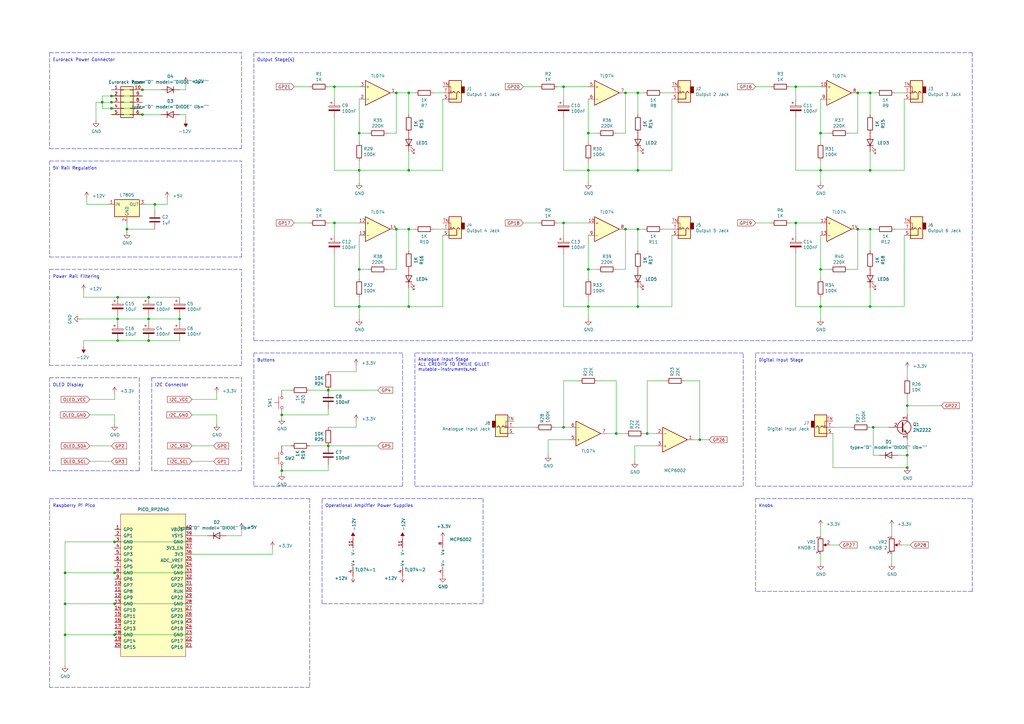
<source format=kicad_sch>
(kicad_sch (version 20211123) (generator eeschema)
  (paper "A3")
  (title_block (title "EuroPi") (date "15/11/2021") (rev "1") (company "Allen Synthesis") (comment 1 "CC BY-SA 3.0"))
  (lib_symbols
    (symbol "Amplifier_Operational:MCP6002-xMS" (pin_names (offset 0.127))
      (property "Reference" "U" (at 0 5.08 0))
      (property "Value" "MCP6002-xMS" (at 0 -5.08 0))
      (symbol "MCP6002-xMS_1_1"
        (pin output line (at 7.62 0 180) (length 2.54) (name "~") (number "1"))
        (pin input line (at -7.62 -2.54 0) (length 2.54) (name "-") (number "2"))
        (pin input line (at -7.62 2.54 0) (length 2.54) (name "+") (number "3"))
      )
      (symbol "MCP6002-xMS_2_1"
        (pin input line (at -7.62 2.54 0) (length 2.54) (name "+") (number "5"))
        (pin input line (at -7.62 -2.54 0) (length 2.54) (name "-") (number "6"))
        (pin output line (at 7.62 0 180) (length 2.54) (name "~") (number "7"))
      )
      (symbol "MCP6002-xMS_3_1"
        (pin power_in line (at -2.54 -7.62 90) (length 3.81) (name "V-") (number "4"))
        (pin power_in line (at -2.54 7.62 270) (length 3.81) (name "V+") (number "8"))
      )
    )
    (symbol "Amplifier_Operational:TL074" (pin_names (offset 0.127))
      (property "Reference" "U" (at 0 5.08 0))
      (property "Value" "TL074" (at 0 -5.08 0))
      (symbol "TL074_1_1"
        (pin output line (at 7.62 0 180) (length 2.54) (name "~") (number "1"))
        (pin input line (at -7.62 -2.54 0) (length 2.54) (name "-") (number "2"))
        (pin input line (at -7.62 2.54 0) (length 2.54) (name "+") (number "3"))
      )
      (symbol "TL074_2_1"
        (pin input line (at -7.62 2.54 0) (length 2.54) (name "+") (number "5"))
        (pin input line (at -7.62 -2.54 0) (length 2.54) (name "-") (number "6"))
        (pin output line (at 7.62 0 180) (length 2.54) (name "~") (number "7"))
      )
      (symbol "TL074_3_1"
        (pin input line (at -7.62 2.54 0) (length 2.54) (name "+") (number "10"))
        (pin output line (at 7.62 0 180) (length 2.54) (name "~") (number "8"))
        (pin input line (at -7.62 -2.54 0) (length 2.54) (name "-") (number "9"))
      )
      (symbol "TL074_4_1"
        (pin input line (at -7.62 2.54 0) (length 2.54) (name "+") (number "12"))
        (pin input line (at -7.62 -2.54 0) (length 2.54) (name "-") (number "13"))
        (pin output line (at 7.62 0 180) (length 2.54) (name "~") (number "14"))
      )
      (symbol "TL074_5_1"
        (pin power_in line (at -2.54 -7.62 90) (length 3.81) (name "V-") (number "11"))
        (pin power_in line (at -2.54 7.62 270) (length 3.81) (name "V+") (number "4"))
      )
    )
    (symbol "Connector:AudioJack2_SwitchT"
      (property "Reference" "J" (at 0 8.89 0))
      (property "Value" "AudioJack2_SwitchT" (at 0 6.35 0))
      (symbol "AudioJack2_SwitchT_1_1"
        (pin passive line (at 5.08 2.54 180) (length 2.54) (name "~") (number "S"))
        (pin passive line (at 5.08 0 180) (length 2.54) (name "~") (number "T"))
        (pin passive line (at 5.08 -2.54 180) (length 2.54) (name "~") (number "TN"))
      )
    )
    (symbol "Connector_Generic:Conn_02x05_Counter_Clockwise" (pin_names (offset 1.016) hide)
      (property "Reference" "J" (at 1.27 7.62 0))
      (property "Value" "Conn_02x05_Counter_Clockwise" (at 1.27 -7.62 0))
      (symbol "Conn_02x05_Counter_Clockwise_1_1"
        (pin passive line (at -5.08 5.08 0) (length 3.81) (name "Pin_1") (number "1"))
        (pin passive line (at 7.62 5.08 180) (length 3.81) (name "Pin_10") (number "10"))
        (pin passive line (at -5.08 2.54 0) (length 3.81) (name "Pin_2") (number "2"))
        (pin passive line (at -5.08 0 0) (length 3.81) (name "Pin_3") (number "3"))
        (pin passive line (at -5.08 -2.54 0) (length 3.81) (name "Pin_4") (number "4"))
        (pin passive line (at -5.08 -5.08 0) (length 3.81) (name "Pin_5") (number "5"))
        (pin passive line (at 7.62 -5.08 180) (length 3.81) (name "Pin_6") (number "6"))
        (pin passive line (at 7.62 -2.54 180) (length 3.81) (name "Pin_7") (number "7"))
        (pin passive line (at 7.62 0 180) (length 3.81) (name "Pin_8") (number "8"))
        (pin passive line (at 7.62 2.54 180) (length 3.81) (name "Pin_9") (number "9"))
      )
    )
    (symbol "Device:C" (pin_numbers hide) (pin_names (offset 0.254))
      (property "Reference" "C" (at 0.635 2.54 0))
      (property "Value" "C" (at 0.635 -2.54 0))
      (symbol "C_1_1"
        (pin passive line (at 0 3.81 270) (length 2.794) (name "~") (number "1"))
        (pin passive line (at 0 -3.81 90) (length 2.794) (name "~") (number "2"))
      )
    )
    (symbol "Device:CP" (pin_numbers hide) (pin_names (offset 0.254))
      (property "Reference" "C" (at 0.635 2.54 0))
      (property "Value" "Device_CP" (at 0.635 -2.54 0))
      (symbol "CP_1_1"
        (pin passive line (at 0 3.81 270) (length 2.794) (name "~") (number "1"))
        (pin passive line (at 0 -3.81 90) (length 2.794) (name "~") (number "2"))
      )
    )
    (symbol "Device:LED" (pin_numbers hide) (pin_names (offset 1.016) hide)
      (property "Reference" "D" (at 0 2.54 0))
      (property "Value" "LED" (at 0 -2.54 0))
      (symbol "LED_1_1"
        (pin passive line (at -3.81 0 0) (length 2.54) (name "K") (number "1"))
        (pin passive line (at 3.81 0 180) (length 2.54) (name "A") (number "2"))
      )
    )
    (symbol "Device:R" (pin_numbers hide) (pin_names (offset 0))
      (property "Reference" "R" (at 2.032 0 90))
      (property "Value" "R" (at 0 0 90))
      (symbol "R_1_1"
        (pin passive line (at 0 3.81 270) (length 1.27) (name "~") (number "1"))
        (pin passive line (at 0 -3.81 90) (length 1.27) (name "~") (number "2"))
      )
    )
    (symbol "Device:R_POT" (pin_names (offset 1.016) hide)
      (property "Reference" "RV" (at -4.445 0 90))
      (property "Value" "Device_R_POT" (at -2.54 0 90))
      (symbol "R_POT_1_1"
        (pin passive line (at 0 3.81 270) (length 1.27) (name "1") (number "1"))
        (pin passive line (at 3.81 0 180) (length 1.27) (name "2") (number "2"))
        (pin passive line (at 0 -3.81 90) (length 1.27) (name "3") (number "3"))
      )
    )
    (symbol "Regulator_Linear:L7805" (pin_names (offset 0.254))
      (property "Reference" "U" (at -3.81 3.175 0))
      (property "Value" "L7805" (at 0 3.175 0))
      (symbol "L7805_1_1"
        (pin power_in line (at -7.62 0 0) (length 2.54) (name "IN") (number "1"))
        (pin power_in line (at 0 -7.62 90) (length 2.54) (name "GND") (number "2"))
        (pin power_out line (at 7.62 0 180) (length 2.54) (name "OUT") (number "3"))
      )
    )
    (symbol "Simulation_SPICE:DIODE" (pin_numbers hide) (pin_names (offset 1.016) hide)
      (property "Reference" "D" (at 0 2.54 0))
      (property "Value" "DIODE" (at 0 -2.54 0))
      (symbol "DIODE_1_1"
        (pin passive line (at -3.81 0 0) (length 2.54) (name "A") (number "1"))
        (pin passive line (at 3.81 0 180) (length 2.54) (name "K") (number "2"))
      )
    )
    (symbol "Switch:SW_Push" (pin_numbers hide) (pin_names (offset 1.016) hide)
      (property "Reference" "SW" (at 1.27 2.54 0))
      (property "Value" "SW_Push" (at 0 -1.524 0))
      (symbol "SW_Push_0_1"
        (pin passive line (at -5.08 0 0) (length 2.54) (name "1") (number "1"))
        (pin passive line (at 5.08 0 180) (length 2.54) (name "2") (number "2"))
      )
    )
    (symbol "Transistor_BJT:2N2219" (pin_names (offset 0) hide)
      (property "Reference" "Q" (at 5.08 1.905 0))
      (property "Value" "2N2219" (at 5.08 0 0))
      (symbol "2N2219_1_1"
        (pin passive line (at 2.54 -5.08 90) (length 2.54) (name "E") (number "1"))
        (pin passive line (at -5.08 0 0) (length 5.715) (name "B") (number "2"))
        (pin passive line (at 2.54 5.08 270) (length 2.54) (name "C") (number "3"))
      )
    )
    (symbol "pico:PICO_RP2040" (pin_names (offset 1.016))
      (property "Reference" "U" (at -2.54 36.83 0))
      (property "Value" "pico_PICO_RP2040" (at -1.27 33.02 0))
      (symbol "PICO_RP2040_1_1"
        (pin tri_state line (at -16.51 24.13 0) (length 2.54) (name "GP0") (number "1"))
        (pin tri_state line (at -16.51 1.27 0) (length 2.54) (name "GP7") (number "10"))
        (pin tri_state line (at -16.51 -1.27 0) (length 2.54) (name "GP8") (number "11"))
        (pin tri_state line (at -16.51 -3.81 0) (length 2.54) (name "GP9") (number "12"))
        (pin input line (at -16.51 -6.35 0) (length 2.54) (name "GND") (number "13"))
        (pin tri_state line (at -16.51 -8.89 0) (length 2.54) (name "GP10") (number "14"))
        (pin tri_state line (at -16.51 -11.43 0) (length 2.54) (name "GP11") (number "15"))
        (pin tri_state line (at -16.51 -13.97 0) (length 2.54) (name "GP12") (number "16"))
        (pin tri_state line (at -16.51 -16.51 0) (length 2.54) (name "GP13") (number "17"))
        (pin input line (at -16.51 -19.05 0) (length 2.54) (name "GND") (number "18"))
        (pin tri_state line (at -16.51 -21.59 0) (length 2.54) (name "GP14") (number "19"))
        (pin tri_state line (at -16.51 21.59 0) (length 2.54) (name "GP1") (number "2"))
        (pin tri_state line (at -16.51 -24.13 0) (length 2.54) (name "GP15") (number "20"))
        (pin tri_state line (at 15.24 -24.13 180) (length 2.54) (name "GP16") (number "21"))
        (pin tri_state line (at 15.24 -21.59 180) (length 2.54) (name "GP17") (number "22"))
        (pin input line (at 15.24 -19.05 180) (length 2.54) (name "GND") (number "23"))
        (pin tri_state line (at 15.24 -16.51 180) (length 2.54) (name "GP18") (number "24"))
        (pin tri_state line (at 15.24 -13.97 180) (length 2.54) (name "GP19") (number "25"))
        (pin tri_state line (at 15.24 -11.43 180) (length 2.54) (name "GP20") (number "26"))
        (pin tri_state line (at 15.24 -8.89 180) (length 2.54) (name "GP21") (number "27"))
        (pin input line (at 15.24 -6.35 180) (length 2.54) (name "GND") (number "28"))
        (pin tri_state line (at 15.24 -3.81 180) (length 2.54) (name "GP22") (number "29"))
        (pin input line (at -16.51 19.05 0) (length 2.54) (name "GND") (number "3"))
        (pin input line (at 15.24 -1.27 180) (length 2.54) (name "RUN") (number "30"))
        (pin tri_state line (at 15.24 1.27 180) (length 2.54) (name "GP26") (number "31"))
        (pin tri_state line (at 15.24 3.81 180) (length 2.54) (name "GP27") (number "32"))
        (pin input line (at 15.24 6.35 180) (length 2.54) (name "GND") (number "33"))
        (pin tri_state line (at 15.24 8.89 180) (length 2.54) (name "GP28") (number "34"))
        (pin power_out line (at 15.24 11.43 180) (length 2.54) (name "ADC_VREF") (number "35"))
        (pin power_out line (at 15.24 13.97 180) (length 2.54) (name "3V3") (number "36"))
        (pin power_out line (at 15.24 16.51 180) (length 2.54) (name "3V3_EN") (number "37"))
        (pin input line (at 15.24 19.05 180) (length 2.54) (name "GND") (number "38"))
        (pin input line (at 15.24 21.59 180) (length 2.54) (name "VSYS") (number "39"))
        (pin tri_state line (at -16.51 16.51 0) (length 2.54) (name "GP2") (number "4"))
        (pin input line (at 15.24 24.13 180) (length 2.54) (name "VBUS") (number "40"))
        (pin tri_state line (at -16.51 13.97 0) (length 2.54) (name "GP3") (number "5"))
        (pin tri_state line (at -16.51 11.43 0) (length 2.54) (name "GP4") (number "6"))
        (pin tri_state line (at -16.51 8.89 0) (length 2.54) (name "GP5") (number "7"))
        (pin input line (at -16.51 6.35 0) (length 2.54) (name "GND") (number "8"))
        (pin tri_state line (at -16.51 3.81 0) (length 2.54) (name "GP6") (number "9"))
      )
    )
    (symbol "power:-12V" (power) (pin_names (offset 0))
      (property "Value" "-12V" (at 0 3.81 0))
      (symbol "-12V_0_0"
        (pin power_in line (at 0 0 90) (length 0) hide (name "-12V") (number "1"))
      )
    )
    (symbol "power:GND" (power) (pin_names (offset 0))
      (property "Value" "GND" (at 0 -3.81 0))
      (symbol "GND_1_1"
        (pin power_in line (at 0 0 270) (length 0) hide (name "GND") (number "1"))
      )
    )
    (symbol "text:TEXT" (pin_names (offset 0))
      (property "Value" "text_TEXT" (at 0 3.556 0))
      (symbol "TEXT_1_1"
        (pin power_in line (at 0 0 90) (length 0) hide (name "~") (number "1"))
      )
    )
  )
  (junction (at 147.32 54.61))
  (junction (at 356.87 93.98))
  (junction (at 134.62 182.88))
  (junction (at 336.55 54.61))
  (junction (at 372.11 191.77))
  (junction (at 351.79 38.1))
  (junction (at 336.55 125.73))
  (junction (at 48.26 121.92))
  (junction (at 241.3 110.49))
  (junction (at 48.26 130.81))
  (junction (at 137.16 35.56))
  (junction (at 372.11 166.37))
  (junction (at 167.64 38.1))
  (junction (at 326.39 91.44))
  (junction (at 46.99 222.25))
  (junction (at 287.02 180.34))
  (junction (at 46.99 234.95))
  (junction (at 167.64 69.85))
  (junction (at 41.91 41.91))
  (junction (at 231.14 175.26))
  (junction (at 26.67 247.65))
  (junction (at 241.3 54.61))
  (junction (at 134.62 160.02))
  (junction (at 46.99 260.35))
  (junction (at 252.73 177.8))
  (junction (at 256.54 38.1))
  (junction (at 73.66 130.81))
  (junction (at 356.87 125.73))
  (junction (at 137.16 91.44))
  (junction (at 261.62 93.98))
  (junction (at 372.11 186.69))
  (junction (at 231.14 91.44))
  (junction (at 45.72 41.91))
  (junction (at 147.32 69.85))
  (junction (at 351.79 93.98))
  (junction (at 58.42 46.99))
  (junction (at 336.55 110.49))
  (junction (at 162.56 93.98))
  (junction (at 26.67 260.35))
  (junction (at 326.39 35.56))
  (junction (at 63.5 83.82))
  (junction (at 261.62 69.85))
  (junction (at 46.99 247.65))
  (junction (at 60.96 139.7))
  (junction (at 231.14 35.56))
  (junction (at 48.26 139.7))
  (junction (at 256.54 93.98))
  (junction (at 336.55 69.85))
  (junction (at 162.56 38.1))
  (junction (at 261.62 125.73))
  (junction (at 58.42 36.83))
  (junction (at 115.57 193.04))
  (junction (at 356.87 38.1))
  (junction (at 356.87 69.85))
  (junction (at 115.57 170.18))
  (junction (at 358.14 175.26))
  (junction (at 241.3 69.85))
  (junction (at 26.67 234.95))
  (junction (at 45.72 44.45))
  (junction (at 261.62 38.1))
  (junction (at 45.72 39.37))
  (junction (at 60.96 121.92))
  (junction (at 167.64 125.73))
  (junction (at 60.96 130.81))
  (junction (at 52.07 93.98))
  (junction (at 167.64 93.98))
  (junction (at 147.32 110.49))
  (junction (at 265.43 177.8))
  (junction (at 147.32 125.73))
  (junction (at 241.3 125.73))
  (wire (pts (xy 137.16 91.44) (xy 134.62 91.44)))
  (wire (pts (xy 358.14 186.69) (xy 358.14 175.26)))
  (wire (pts (xy 356.87 102.87) (xy 356.87 93.98)))
  (wire (pts (xy 45.72 36.83) (xy 58.42 36.83)))
  (wire (pts (xy 137.16 69.85) (xy 137.16 48.26)))
  (wire (pts (xy 167.64 118.11) (xy 167.64 125.73)))
  (wire (pts (xy 372.11 186.69) (xy 372.11 180.34)))
  (wire (pts (xy 34.29 119.38) (xy 34.29 121.92)))
  (polyline (pts (xy 20.32 149.86) (xy 99.06 149.86)))
  (wire (pts (xy 134.62 175.26) (xy 146.05 175.26)))
  (wire (pts (xy 146.05 172.72) (xy 146.05 175.26)))
  (polyline (pts (xy 309.88 204.47) (xy 398.78 204.47)))
  (wire (pts (xy 372.11 166.37) (xy 372.11 162.56)))
  (polyline (pts (xy 20.32 21.59) (xy 99.06 21.59)))
  (wire (pts (xy 372.11 170.18) (xy 372.11 166.37)))
  (wire (pts (xy 356.87 93.98) (xy 351.79 93.98)))
  (wire (pts (xy 368.3 186.69) (xy 372.11 186.69)))
  (wire (pts (xy 336.55 96.52) (xy 336.55 110.49)))
  (wire (pts (xy 349.25 175.26) (xy 341.63 175.26)))
  (polyline (pts (xy 20.32 105.41) (xy 99.06 105.41)))
  (wire (pts (xy 351.79 54.61) (xy 347.98 54.61)))
  (wire (pts (xy 170.18 93.98) (xy 167.64 93.98)))
  (wire (pts (xy 41.91 39.37) (xy 45.72 39.37)))
  (wire (pts (xy 370.84 96.52) (xy 370.84 125.73)))
  (wire (pts (xy 120.65 91.44) (xy 127 91.44)))
  (polyline (pts (xy 398.78 21.59) (xy 104.14 21.59)))
  (wire (pts (xy 73.66 36.83) (xy 76.2 36.83)))
  (polyline (pts (xy 398.78 199.39) (xy 309.88 199.39)))
  (wire (pts (xy 341.63 177.8) (xy 341.63 191.77)))
  (wire (pts (xy 356.87 118.11) (xy 356.87 125.73)))
  (wire (pts (xy 73.66 130.81) (xy 73.66 129.54)))
  (wire (pts (xy 147.32 54.61) (xy 147.32 58.42)))
  (wire (pts (xy 373.38 223.52) (xy 369.57 223.52)))
  (wire (pts (xy 264.16 38.1) (xy 261.62 38.1)))
  (wire (pts (xy 48.26 130.81) (xy 48.26 129.54)))
  (wire (pts (xy 287.02 156.21) (xy 287.02 180.34)))
  (wire (pts (xy 356.87 69.85) (xy 370.84 69.85)))
  (wire (pts (xy 241.3 110.49) (xy 241.3 114.3)))
  (polyline (pts (xy 99.06 105.41) (xy 99.06 66.04)))
  (wire (pts (xy 46.99 170.18) (xy 36.83 170.18)))
  (wire (pts (xy 167.64 38.1) (xy 162.56 38.1)))
  (polyline (pts (xy 99.06 154.94) (xy 99.06 193.04)))
  (wire (pts (xy 48.26 139.7) (xy 60.96 139.7)))
  (wire (pts (xy 41.91 41.91) (xy 45.72 41.91)))
  (wire (pts (xy 26.67 222.25) (xy 26.67 234.95)))
  (wire (pts (xy 73.66 130.81) (xy 60.96 130.81)))
  (wire (pts (xy 219.71 175.26) (xy 210.82 175.26)))
  (wire (pts (xy 134.62 160.02) (xy 154.94 160.02)))
  (wire (pts (xy 63.5 83.82) (xy 59.69 83.82)))
  (wire (pts (xy 39.37 41.91) (xy 41.91 41.91)))
  (wire (pts (xy 370.84 93.98) (xy 367.03 93.98)))
  (wire (pts (xy 241.3 54.61) (xy 241.3 58.42)))
  (wire (pts (xy 58.42 44.45) (xy 45.72 44.45)))
  (wire (pts (xy 237.49 156.21) (xy 231.14 156.21)))
  (wire (pts (xy 68.58 83.82) (xy 63.5 83.82)))
  (polyline (pts (xy 104.14 139.7) (xy 398.78 139.7)))
  (wire (pts (xy 115.57 171.45) (xy 115.57 170.18)))
  (wire (pts (xy 356.87 46.99) (xy 356.87 38.1)))
  (wire (pts (xy 231.14 96.52) (xy 231.14 91.44)))
  (wire (pts (xy 41.91 39.37) (xy 41.91 41.91)))
  (wire (pts (xy 364.49 175.26) (xy 358.14 175.26)))
  (polyline (pts (xy 20.32 66.04) (xy 99.06 66.04)))
  (wire (pts (xy 46.99 222.25) (xy 26.67 222.25)))
  (wire (pts (xy 256.54 110.49) (xy 252.73 110.49)))
  (wire (pts (xy 261.62 38.1) (xy 256.54 38.1)))
  (wire (pts (xy 127 160.02) (xy 134.62 160.02)))
  (wire (pts (xy 231.14 40.64) (xy 231.14 35.56)))
  (wire (pts (xy 60.96 132.08) (xy 60.96 130.81)))
  (wire (pts (xy 85.09 219.71) (xy 78.74 219.71)))
  (wire (pts (xy 224.79 180.34) (xy 233.68 180.34)))
  (wire (pts (xy 231.14 125.73) (xy 231.14 104.14)))
  (wire (pts (xy 227.33 175.26) (xy 231.14 175.26)))
  (polyline (pts (xy 20.32 110.49) (xy 99.06 110.49)))
  (wire (pts (xy 35.56 83.82) (xy 44.45 83.82)))
  (polyline (pts (xy 309.88 242.57) (xy 309.88 204.47)))
  (wire (pts (xy 340.36 54.61) (xy 336.55 54.61)))
  (wire (pts (xy 214.63 91.44) (xy 220.98 91.44)))
  (wire (pts (xy 46.99 247.65) (xy 26.67 247.65)))
  (wire (pts (xy 290.83 180.34) (xy 287.02 180.34)))
  (polyline (pts (xy 170.18 199.39) (xy 304.8 199.39)))
  (polyline (pts (xy 398.78 204.47) (xy 398.78 242.57)))
  (wire (pts (xy 326.39 91.44) (xy 336.55 91.44)))
  (wire (pts (xy 181.61 96.52) (xy 181.61 125.73)))
  (wire (pts (xy 63.5 93.98) (xy 52.07 93.98)))
  (wire (pts (xy 46.99 260.35) (xy 78.74 260.35)))
  (wire (pts (xy 351.79 93.98) (xy 351.79 110.49)))
  (polyline (pts (xy 309.88 144.78) (xy 398.78 144.78)))
  (wire (pts (xy 365.76 231.14) (xy 365.76 227.33)))
  (polyline (pts (xy 170.18 144.78) (xy 170.18 199.39)))
  (wire (pts (xy 260.35 182.88) (xy 269.24 182.88)))
  (wire (pts (xy 372.11 151.13) (xy 372.11 154.94)))
  (wire (pts (xy 261.62 93.98) (xy 256.54 93.98)))
  (polyline (pts (xy 165.1 199.39) (xy 165.1 144.78)))
  (wire (pts (xy 356.87 125.73) (xy 370.84 125.73)))
  (wire (pts (xy 167.64 62.23) (xy 167.64 69.85)))
  (polyline (pts (xy 132.08 247.65) (xy 132.08 204.47)))
  (polyline (pts (xy 57.15 193.04) (xy 20.32 193.04)))
  (wire (pts (xy 241.3 40.64) (xy 241.3 54.61)))
  (wire (pts (xy 360.68 186.69) (xy 358.14 186.69)))
  (wire (pts (xy 41.91 41.91) (xy 41.91 44.45)))
  (wire (pts (xy 66.04 36.83) (xy 58.42 36.83)))
  (wire (pts (xy 111.76 224.79) (xy 111.76 227.33)))
  (wire (pts (xy 34.29 142.24) (xy 34.29 139.7)))
  (wire (pts (xy 326.39 69.85) (xy 326.39 48.26)))
  (wire (pts (xy 181.61 38.1) (xy 177.8 38.1)))
  (polyline (pts (xy 104.14 21.59) (xy 104.14 139.7)))
  (polyline (pts (xy 132.08 204.47) (xy 198.12 204.47)))
  (wire (pts (xy 265.43 156.21) (xy 265.43 177.8)))
  (wire (pts (xy 147.32 74.93) (xy 147.32 69.85)))
  (wire (pts (xy 60.96 130.81) (xy 60.96 129.54)))
  (wire (pts (xy 256.54 38.1) (xy 256.54 54.61)))
  (wire (pts (xy 241.3 69.85) (xy 231.14 69.85)))
  (wire (pts (xy 326.39 35.56) (xy 336.55 35.56)))
  (wire (pts (xy 115.57 194.31) (xy 115.57 193.04)))
  (wire (pts (xy 309.88 91.44) (xy 316.23 91.44)))
  (wire (pts (xy 88.9 170.18) (xy 78.74 170.18)))
  (polyline (pts (xy 20.32 60.96) (xy 99.06 60.96)))
  (polyline (pts (xy 99.06 60.96) (xy 99.06 21.59)))
  (wire (pts (xy 60.96 130.81) (xy 48.26 130.81)))
  (wire (pts (xy 46.99 247.65) (xy 78.74 247.65)))
  (wire (pts (xy 146.05 149.86) (xy 146.05 152.4)))
  (wire (pts (xy 326.39 91.44) (xy 323.85 91.44)))
  (wire (pts (xy 41.91 44.45) (xy 45.72 44.45)))
  (wire (pts (xy 336.55 69.85) (xy 356.87 69.85)))
  (wire (pts (xy 265.43 177.8) (xy 264.16 177.8)))
  (wire (pts (xy 214.63 35.56) (xy 220.98 35.56)))
  (wire (pts (xy 344.17 223.52) (xy 340.36 223.52)))
  (wire (pts (xy 326.39 40.64) (xy 326.39 35.56)))
  (wire (pts (xy 99.06 219.71) (xy 92.71 219.71)))
  (wire (pts (xy 137.16 35.56) (xy 134.62 35.56)))
  (wire (pts (xy 245.11 156.21) (xy 252.73 156.21)))
  (wire (pts (xy 134.62 152.4) (xy 146.05 152.4)))
  (wire (pts (xy 340.36 110.49) (xy 336.55 110.49)))
  (wire (pts (xy 241.3 121.92) (xy 241.3 125.73)))
  (wire (pts (xy 88.9 161.29) (xy 88.9 163.83)))
  (wire (pts (xy 162.56 93.98) (xy 162.56 110.49)))
  (polyline (pts (xy 165.1 144.78) (xy 104.14 144.78)))
  (wire (pts (xy 241.3 74.93) (xy 241.3 69.85)))
  (wire (pts (xy 241.3 96.52) (xy 241.3 110.49)))
  (polyline (pts (xy 304.8 199.39) (xy 304.8 144.78)))
  (wire (pts (xy 261.62 69.85) (xy 275.59 69.85)))
  (polyline (pts (xy 104.14 199.39) (xy 165.1 199.39)))
  (wire (pts (xy 167.64 102.87) (xy 167.64 93.98)))
  (polyline (pts (xy 398.78 242.57) (xy 309.88 242.57)))
  (wire (pts (xy 269.24 177.8) (xy 265.43 177.8)))
  (wire (pts (xy 137.16 91.44) (xy 147.32 91.44)))
  (polyline (pts (xy 309.88 199.39) (xy 309.88 144.78)))
  (wire (pts (xy 46.99 163.83) (xy 36.83 163.83)))
  (wire (pts (xy 275.59 96.52) (xy 275.59 125.73)))
  (wire (pts (xy 167.64 93.98) (xy 162.56 93.98)))
  (wire (pts (xy 356.87 38.1) (xy 351.79 38.1)))
  (wire (pts (xy 147.32 96.52) (xy 147.32 110.49)))
  (wire (pts (xy 162.56 110.49) (xy 158.75 110.49)))
  (wire (pts (xy 241.3 130.81) (xy 241.3 125.73)))
  (polyline (pts (xy 20.32 21.59) (xy 20.32 60.96)))
  (wire (pts (xy 326.39 35.56) (xy 323.85 35.56)))
  (wire (pts (xy 351.79 38.1) (xy 351.79 54.61)))
  (wire (pts (xy 231.14 91.44) (xy 241.3 91.44)))
  (polyline (pts (xy 20.32 193.04) (xy 20.32 154.94)))
  (wire (pts (xy 231.14 156.21) (xy 231.14 175.26)))
  (wire (pts (xy 60.96 139.7) (xy 73.66 139.7)))
  (wire (pts (xy 359.41 93.98) (xy 356.87 93.98)))
  (wire (pts (xy 88.9 163.83) (xy 78.74 163.83)))
  (wire (pts (xy 87.63 182.88) (xy 78.74 182.88)))
  (wire (pts (xy 76.2 34.29) (xy 76.2 36.83)))
  (wire (pts (xy 231.14 175.26) (xy 233.68 175.26)))
  (wire (pts (xy 45.72 182.88) (xy 36.83 182.88)))
  (wire (pts (xy 46.99 161.29) (xy 46.99 163.83)))
  (wire (pts (xy 231.14 69.85) (xy 231.14 48.26)))
  (wire (pts (xy 147.32 130.81) (xy 147.32 125.73)))
  (polyline (pts (xy 398.78 144.78) (xy 398.78 199.39)))
  (wire (pts (xy 66.04 46.99) (xy 58.42 46.99)))
  (wire (pts (xy 241.3 125.73) (xy 261.62 125.73)))
  (wire (pts (xy 46.99 234.95) (xy 26.67 234.95)))
  (wire (pts (xy 264.16 93.98) (xy 261.62 93.98)))
  (wire (pts (xy 147.32 125.73) (xy 167.64 125.73)))
  (wire (pts (xy 245.11 110.49) (xy 241.3 110.49)))
  (wire (pts (xy 336.55 69.85) (xy 326.39 69.85)))
  (wire (pts (xy 58.42 39.37) (xy 45.72 39.37)))
  (wire (pts (xy 162.56 38.1) (xy 162.56 54.61)))
  (wire (pts (xy 46.99 222.25) (xy 78.74 222.25)))
  (wire (pts (xy 48.26 121.92) (xy 60.96 121.92)))
  (wire (pts (xy 76.2 49.53) (xy 76.2 46.99)))
  (wire (pts (xy 336.55 66.04) (xy 336.55 69.85)))
  (wire (pts (xy 60.96 121.92) (xy 73.66 121.92)))
  (wire (pts (xy 26.67 247.65) (xy 26.67 260.35)))
  (wire (pts (xy 241.3 66.04) (xy 241.3 69.85)))
  (wire (pts (xy 119.38 160.02) (xy 115.57 160.02)))
  (wire (pts (xy 336.55 215.9) (xy 336.55 219.71)))
  (wire (pts (xy 48.26 132.08) (xy 48.26 130.81)))
  (wire (pts (xy 336.55 125.73) (xy 356.87 125.73)))
  (wire (pts (xy 46.99 173.99) (xy 46.99 170.18)))
  (wire (pts (xy 39.37 41.91) (xy 39.37 49.53)))
  (wire (pts (xy 275.59 38.1) (xy 271.78 38.1)))
  (wire (pts (xy 336.55 74.93) (xy 336.55 69.85)))
  (wire (pts (xy 45.72 46.99) (xy 58.42 46.99)))
  (wire (pts (xy 358.14 175.26) (xy 356.87 175.26)))
  (polyline (pts (xy 99.06 193.04) (xy 62.23 193.04)))
  (wire (pts (xy 137.16 96.52) (xy 137.16 91.44)))
  (wire (pts (xy 167.64 125.73) (xy 181.61 125.73)))
  (wire (pts (xy 326.39 125.73) (xy 326.39 104.14)))
  (wire (pts (xy 111.76 227.33) (xy 78.74 227.33)))
  (polyline (pts (xy 398.78 139.7) (xy 398.78 21.59)))
  (wire (pts (xy 33.02 130.81) (xy 48.26 130.81)))
  (wire (pts (xy 336.55 40.64) (xy 336.55 54.61)))
  (wire (pts (xy 231.14 91.44) (xy 228.6 91.44)))
  (wire (pts (xy 137.16 35.56) (xy 147.32 35.56)))
  (wire (pts (xy 147.32 66.04) (xy 147.32 69.85)))
  (wire (pts (xy 309.88 35.56) (xy 316.23 35.56)))
  (wire (pts (xy 99.06 217.17) (xy 99.06 219.71)))
  (wire (pts (xy 341.63 191.77) (xy 372.11 191.77)))
  (polyline (pts (xy 57.15 154.94) (xy 57.15 193.04)))
  (polyline (pts (xy 20.32 281.94) (xy 20.32 204.47)))
  (wire (pts (xy 356.87 62.23) (xy 356.87 69.85)))
  (wire (pts (xy 45.72 41.91) (xy 58.42 41.91)))
  (wire (pts (xy 241.3 69.85) (xy 261.62 69.85)))
  (wire (pts (xy 284.48 180.34) (xy 287.02 180.34)))
  (wire (pts (xy 261.62 125.73) (xy 275.59 125.73)))
  (polyline (pts (xy 99.06 149.86) (xy 99.06 110.49)))
  (wire (pts (xy 162.56 54.61) (xy 158.75 54.61)))
  (wire (pts (xy 147.32 121.92) (xy 147.32 125.73)))
  (wire (pts (xy 336.55 54.61) (xy 336.55 58.42)))
  (wire (pts (xy 372.11 191.77) (xy 372.11 186.69)))
  (wire (pts (xy 134.62 190.5) (xy 134.62 193.04)))
  (wire (pts (xy 63.5 86.36) (xy 63.5 83.82)))
  (wire (pts (xy 52.07 93.98) (xy 52.07 91.44)))
  (wire (pts (xy 336.55 110.49) (xy 336.55 114.3)))
  (polyline (pts (xy 198.12 204.47) (xy 198.12 247.65)))
  (wire (pts (xy 167.64 46.99) (xy 167.64 38.1)))
  (wire (pts (xy 256.54 93.98) (xy 256.54 110.49)))
  (wire (pts (xy 256.54 54.61) (xy 252.73 54.61)))
  (wire (pts (xy 287.02 156.21) (xy 280.67 156.21)))
  (wire (pts (xy 336.55 231.14) (xy 336.55 227.33)))
  (wire (pts (xy 181.61 40.64) (xy 181.61 69.85)))
  (wire (pts (xy 245.11 54.61) (xy 241.3 54.61)))
  (wire (pts (xy 134.62 167.64) (xy 134.62 170.18)))
  (wire (pts (xy 35.56 81.28) (xy 35.56 83.82)))
  (polyline (pts (xy 127 281.94) (xy 20.32 281.94)))
  (wire (pts (xy 336.55 121.92) (xy 336.55 125.73)))
  (wire (pts (xy 134.62 182.88) (xy 154.94 182.88)))
  (wire (pts (xy 73.66 132.08) (xy 73.66 130.81)))
  (wire (pts (xy 370.84 40.64) (xy 370.84 69.85)))
  (wire (pts (xy 48.26 121.92) (xy 34.29 121.92)))
  (wire (pts (xy 261.62 62.23) (xy 261.62 69.85)))
  (polyline (pts (xy 20.32 154.94) (xy 57.15 154.94)))
  (wire (pts (xy 170.18 38.1) (xy 167.64 38.1)))
  (wire (pts (xy 137.16 125.73) (xy 137.16 104.14)))
  (wire (pts (xy 147.32 110.49) (xy 147.32 114.3)))
  (wire (pts (xy 137.16 40.64) (xy 137.16 35.56)))
  (wire (pts (xy 68.58 81.28) (xy 68.58 83.82)))
  (wire (pts (xy 252.73 177.8) (xy 248.92 177.8)))
  (wire (pts (xy 52.07 95.25) (xy 52.07 93.98)))
  (wire (pts (xy 256.54 177.8) (xy 252.73 177.8)))
  (wire (pts (xy 120.65 35.56) (xy 127 35.56)))
  (wire (pts (xy 181.61 93.98) (xy 177.8 93.98)))
  (wire (pts (xy 88.9 173.99) (xy 88.9 170.18)))
  (polyline (pts (xy 20.32 110.49) (xy 20.32 149.86)))
  (wire (pts (xy 34.29 139.7) (xy 48.26 139.7)))
  (wire (pts (xy 336.55 130.81) (xy 336.55 125.73)))
  (wire (pts (xy 147.32 125.73) (xy 137.16 125.73)))
  (wire (pts (xy 265.43 156.21) (xy 273.05 156.21)))
  (wire (pts (xy 275.59 40.64) (xy 275.59 69.85)))
  (wire (pts (xy 370.84 38.1) (xy 367.03 38.1)))
  (wire (pts (xy 365.76 215.9) (xy 365.76 219.71)))
  (wire (pts (xy 241.3 125.73) (xy 231.14 125.73)))
  (wire (pts (xy 261.62 102.87) (xy 261.62 93.98)))
  (wire (pts (xy 151.13 110.49) (xy 147.32 110.49)))
  (wire (pts (xy 151.13 54.61) (xy 147.32 54.61)))
  (polyline (pts (xy 20.32 204.47) (xy 127 204.47)))
  (polyline (pts (xy 104.14 144.78) (xy 104.14 199.39)))
  (wire (pts (xy 351.79 110.49) (xy 347.98 110.49)))
  (polyline (pts (xy 62.23 154.94) (xy 99.06 154.94)))
  (polyline (pts (xy 62.23 193.04) (xy 62.23 154.94)))
  (polyline (pts (xy 198.12 247.65) (xy 132.08 247.65)))
  (wire (pts (xy 359.41 38.1) (xy 356.87 38.1)))
  (wire (pts (xy 46.99 260.35) (xy 26.67 260.35)))
  (polyline (pts (xy 127 204.47) (xy 127 281.94)))
  (wire (pts (xy 134.62 170.18) (xy 115.57 170.18)))
  (wire (pts (xy 26.67 234.95) (xy 26.67 247.65)))
  (wire (pts (xy 78.74 189.23) (xy 87.63 189.23)))
  (wire (pts (xy 73.66 46.99) (xy 76.2 46.99)))
  (wire (pts (xy 231.14 35.56) (xy 241.3 35.56)))
  (wire (pts (xy 147.32 69.85) (xy 167.64 69.85)))
  (wire (pts (xy 224.79 186.69) (xy 224.79 180.34)))
  (wire (pts (xy 127 182.88) (xy 134.62 182.88)))
  (wire (pts (xy 147.32 69.85) (xy 137.16 69.85)))
  (polyline (pts (xy 20.32 66.04) (xy 20.32 105.41)))
  (wire (pts (xy 326.39 96.52) (xy 326.39 91.44)))
  (wire (pts (xy 261.62 46.99) (xy 261.62 38.1)))
  (wire (pts (xy 275.59 93.98) (xy 271.78 93.98)))
  (wire (pts (xy 260.35 189.23) (xy 260.35 182.88)))
  (wire (pts (xy 36.83 189.23) (xy 45.72 189.23)))
  (polyline (pts (xy 304.8 144.78) (xy 170.18 144.78)))
  (wire (pts (xy 147.32 40.64) (xy 147.32 54.61)))
  (wire (pts (xy 134.62 193.04) (xy 115.57 193.04)))
  (wire (pts (xy 261.62 118.11) (xy 261.62 125.73)))
  (wire (pts (xy 386.08 166.37) (xy 372.11 166.37)))
  (wire (pts (xy 167.64 69.85) (xy 181.61 69.85)))
  (wire (pts (xy 336.55 125.73) (xy 326.39 125.73)))
  (wire (pts (xy 46.99 234.95) (xy 78.74 234.95)))
  (wire (pts (xy 119.38 182.88) (xy 115.57 182.88)))
  (wire (pts (xy 252.73 156.21) (xy 252.73 177.8)))
  (wire (pts (xy 231.14 35.56) (xy 228.6 35.56)))
  (wire (pts (xy 26.67 260.35) (xy 26.67 273.05)))
  (text "Eurorack Power Connector" (at 21.59 25.4 0) (effects (font (size 1.27 1.27)) (justify left bottom)))
  (text "Operational Amplifier Power Supplies" (at 133.35 208.28 0) (effects (font (size 1.27 1.27)) (justify left bottom)))
  (text "Raspberry Pi Pico" (at 21.59 208.28 0) (effects (font (size 1.27 1.27)) (justify left bottom)))
  (text "Digital Input Stage\n" (at 311.15 148.59 0) (effects (font (size 1.27 1.27)) (justify left bottom)))
  (text "5V Rail Regulation" (at 21.59 69.85 0) (effects (font (size 1.27 1.27)) (justify left bottom)))
  (text "Output Stage(s)" (at 105.41 25.4 0) (effects (font (size 1.27 1.27)) (justify left bottom)))
  (text "Power Rail Filtering" (at 21.59 114.3 0) (effects (font (size 1.27 1.27)) (justify left bottom)))
  (text "I2C Connector\n" (at 63.5 158.75 0) (effects (font (size 1.27 1.27)) (justify left bottom)))
  (text "Buttons" (at 105.41 148.59 0) (effects (font (size 1.27 1.27)) (justify left bottom)))
  (text "OLED Display" (at 21.59 158.75 0) (effects (font (size 1.27 1.27)) (justify left bottom)))
  (text "Analogue Input Stage\nALL CREDITS TO ÉMILIE GILLET\nmutable-instruments.net" (at 171.45 152.4 0) (effects (font (size 1.27 1.27)) (justify left bottom)))
  (text "Knobs" (at 311.15 208.28 0) (effects (font (size 1.27 1.27)) (justify left bottom)))
  (global_label "GP19" (shape input) (at 309.88 91.44 180) (property "Intersheet References" "${INTERSHEET_REFS}" (effects hide)))
  (global_label "GP4" (shape input) (at 154.94 160.02 0) (property "Intersheet References" "${INTERSHEET_REFS}" (effects hide)))
  (global_label "GP1" (shape input) (at 87.63 189.23 0) (property "Intersheet References" "${INTERSHEET_REFS}" (effects hide)))
  (global_label "GP21" (shape input) (at 120.65 35.56 180) (property "Intersheet References" "${INTERSHEET_REFS}" (effects hide)))
  (global_label "GP22" (shape input) (at 386.08 166.37 0) (property "Intersheet References" "${INTERSHEET_REFS}" (effects hide)))
  (global_label "OLED_GND" (shape input) (at 36.83 170.18 180) (property "Intersheet References" "${INTERSHEET_REFS}" (effects hide)))
  (global_label "I2C_VCC" (shape input) (at 78.74 163.83 180) (property "Intersheet References" "${INTERSHEET_REFS}" (effects hide)))
  (global_label "GP3" (shape input) (at 45.72 189.23 0) (property "Intersheet References" "${INTERSHEET_REFS}" (effects hide)))
  (global_label "I2C_SDA" (shape input) (at 78.74 182.88 180) (property "Intersheet References" "${INTERSHEET_REFS}" (effects hide)))
  (global_label "GP27" (shape input) (at 344.17 223.52 0) (property "Intersheet References" "${INTERSHEET_REFS}" (effects hide)))
  (global_label "GP5" (shape input) (at 154.94 182.88 0) (property "Intersheet References" "${INTERSHEET_REFS}" (effects hide)))
  (global_label "GP17" (shape input) (at 120.65 91.44 180) (property "Intersheet References" "${INTERSHEET_REFS}" (effects hide)))
  (global_label "GP20" (shape input) (at 214.63 35.56 180) (property "Intersheet References" "${INTERSHEET_REFS}" (effects hide)))
  (global_label "OLED_VCC" (shape input) (at 36.83 163.83 180) (property "Intersheet References" "${INTERSHEET_REFS}" (effects hide)))
  (global_label "OLED_SDA" (shape input) (at 36.83 182.88 180) (property "Intersheet References" "${INTERSHEET_REFS}" (effects hide)))
  (global_label "OLED_SCL" (shape input) (at 36.83 189.23 180) (property "Intersheet References" "${INTERSHEET_REFS}" (effects hide)))
  (global_label "GP16" (shape input) (at 309.88 35.56 180) (property "Intersheet References" "${INTERSHEET_REFS}" (effects hide)))
  (global_label "GP26" (shape input) (at 290.83 180.34 0) (property "Intersheet References" "${INTERSHEET_REFS}" (effects hide)))
  (global_label "GP2" (shape input) (at 45.72 182.88 0) (property "Intersheet References" "${INTERSHEET_REFS}" (effects hide)))
  (global_label "I2C_SCL" (shape input) (at 78.74 189.23 180) (property "Intersheet References" "${INTERSHEET_REFS}" (effects hide)))
  (global_label "GP18" (shape input) (at 214.63 91.44 180) (property "Intersheet References" "${INTERSHEET_REFS}" (effects hide)))
  (global_label "I2C_GND" (shape input) (at 78.74 170.18 180) (property "Intersheet References" "${INTERSHEET_REFS}" (effects hide)))
  (global_label "GP28" (shape input) (at 373.38 223.52 0) (property "Intersheet References" "${INTERSHEET_REFS}" (effects hide)))
  (global_label "GP0" (shape input) (at 87.63 182.88 0) (property "Intersheet References" "${INTERSHEET_REFS}" (effects hide)))
  (symbol (lib_id "Amplifier_Operational:TL074") (at 344.17 38.1 0) (unit 3)
    (property "Reference" "O" (effects hide))
    (property "Value" "TL074" (at 344.17 31.115 0))
    (property "Datasheet" "http://www.ti.com/lit/ds/symlink/tl071.pdf" (effects hide))
  )
  (symbol (lib_id "Device:R") (at 344.17 54.61 270) (unit 1)
    (property "Reference" "R37" (at 344.17 49.3522 90))
    (property "Value" "220K" (at 344.17 51.6636 90))
  )
  (symbol (lib_id "Device:R") (at 336.55 62.23 0) (unit 1)
    (property "Reference" "R31" (at 338.328 61.0616 0) (effects (justify left)))
    (property "Value" "100K" (at 338.328 63.373 0) (effects (justify left)))
  )
  (symbol (lib_id "Device:R") (at 320.04 35.56 270) (unit 1)
    (property "Reference" "R3" (at 320.04 30.3022 90))
    (property "Value" "1K" (at 320.04 32.6136 90))
  )
  (symbol (lib_id "Device:CP") (at 326.39 44.45 0) (unit 1)
    (property "Reference" "C11" (at 329.3872 43.2816 0) (effects (justify left)))
    (property "Value" "100nF" (at 329.3872 45.593 0) (effects (justify left)))
  )
  (symbol (lib_id "text:TEXT") (at 34.29 119.38 0) (unit 1)
    (property "Reference" "Reference?" (effects hide))
    (property "Value" "+12V" (at 36.5252 118.4402 0) (effects (justify left)))
  )
  (symbol (lib_id "power:-12V") (at 76.2 49.53 180) (unit 1)
    (property "Reference" "#PWR?" (effects hide))
    (property "Value" "-12V" (at 75.819 53.9242 0))
  )
  (symbol (lib_id "Amplifier_Operational:TL074") (at 154.94 38.1 0) (unit 1)
    (property "Reference" "O?" (effects hide))
    (property "Value" "TL074" (at 154.94 31.115 0))
    (property "Datasheet" "http://www.ti.com/lit/ds/symlink/tl071.pdf" (effects hide))
  )
  (symbol (lib_id "Device:R") (at 154.94 54.61 270) (unit 1)
    (property "Reference" "R35" (at 154.94 49.3522 90))
    (property "Value" "220K" (at 154.94 51.6636 90))
  )
  (symbol (lib_id "Device:R") (at 147.32 62.23 0) (unit 1)
    (property "Reference" "R29" (at 149.098 61.0616 0) (effects (justify left)))
    (property "Value" "100K" (at 149.098 63.373 0) (effects (justify left)))
  )
  (symbol (lib_id "Device:R") (at 130.81 35.56 270) (unit 1)
    (property "Reference" "R1" (at 130.81 30.3022 90))
    (property "Value" "1K" (at 130.81 32.6136 90))
  )
  (symbol (lib_id "Device:CP") (at 137.16 44.45 0) (unit 1)
    (property "Reference" "C9" (at 140.1572 43.2816 0) (effects (justify left)))
    (property "Value" "100nF" (at 140.1572 45.593 0) (effects (justify left)))
  )
  (symbol (lib_id "Amplifier_Operational:TL074") (at 248.92 38.1 0) (unit 2)
    (property "Reference" "O?" (effects hide))
    (property "Value" "TL074" (at 248.92 31.115 0))
    (property "Datasheet" "http://www.ti.com/lit/ds/symlink/tl071.pdf" (effects hide))
  )
  (symbol (lib_id "Device:R") (at 248.92 54.61 270) (unit 1)
    (property "Reference" "R36" (at 248.92 49.3522 90))
    (property "Value" "220K" (at 248.92 51.6636 90))
  )
  (symbol (lib_id "Device:R") (at 241.3 62.23 0) (unit 1)
    (property "Reference" "R30" (at 243.078 61.0616 0) (effects (justify left)))
    (property "Value" "100K" (at 243.078 63.373 0) (effects (justify left)))
  )
  (symbol (lib_id "Device:R") (at 224.79 35.56 270) (unit 1)
    (property "Reference" "R2" (at 224.79 30.3022 90))
    (property "Value" "1K" (at 224.79 32.6136 90))
  )
  (symbol (lib_id "Device:CP") (at 231.14 44.45 0) (unit 1)
    (property "Reference" "C10" (at 234.1372 43.2816 0) (effects (justify left)))
    (property "Value" "100nF" (at 234.1372 45.593 0) (effects (justify left)))
  )
  (symbol (lib_id "power:-12V") (at 34.29 142.24 180) (unit 1)
    (property "Reference" "#PWR?" (effects hide))
    (property "Value" "-12V" (at 33.909 146.6342 0))
  )
  (symbol (lib_id "Device:CP") (at 48.26 135.89 0) (unit 1)
    (property "Reference" "C16" (at 51.2572 134.7216 0) (effects (justify left)))
    (property "Value" "10uF" (at 51.2572 137.033 0) (effects (justify left)))
  )
  (symbol (lib_id "Device:CP") (at 60.96 125.73 0) (unit 1)
    (property "Reference" "C3" (at 63.9572 124.5616 0) (effects (justify left)))
    (property "Value" "100nF" (at 63.9572 126.873 0) (effects (justify left)))
  )
  (symbol (lib_id "Device:CP") (at 60.96 135.89 0) (unit 1)
    (property "Reference" "C4" (at 63.9572 134.7216 0) (effects (justify left)))
    (property "Value" "100nF" (at 63.9572 137.033 0) (effects (justify left)))
  )
  (symbol (lib_id "Device:CP") (at 73.66 125.73 0) (unit 1)
    (property "Reference" "C5" (at 76.6572 124.5616 0) (effects (justify left)))
    (property "Value" "100nF" (at 76.6572 126.873 0) (effects (justify left)))
  )
  (symbol (lib_id "Device:CP") (at 73.66 135.89 0) (unit 1)
    (property "Reference" "C6" (at 76.6572 134.7216 0) (effects (justify left)))
    (property "Value" "100nF" (at 76.6572 137.033 0) (effects (justify left)))
  )
  (symbol (lib_id "power:-12V") (at 144.78 220.98 0) (unit 1)
    (property "Reference" "#PWR?" (effects hide))
    (property "Value" "-12V" (at 145.161 217.7288 90) (effects (justify left)))
  )
  (symbol (lib_id "Amplifier_Operational:TL074") (at 344.17 93.98 0) (unit 4)
    (property "Reference" "O?" (effects hide))
    (property "Value" "TL074" (at 344.17 86.995 0))
    (property "Datasheet" "http://www.ti.com/lit/ds/symlink/tl071.pdf" (effects hide))
  )
  (symbol (lib_id "Device:R") (at 344.17 110.49 270) (unit 1)
    (property "Reference" "R40" (at 344.17 105.2322 90))
    (property "Value" "220K" (at 344.17 107.5436 90))
  )
  (symbol (lib_id "Device:R") (at 336.55 118.11 0) (unit 1)
    (property "Reference" "R34" (at 338.328 116.9416 0) (effects (justify left)))
    (property "Value" "100K" (at 338.328 119.253 0) (effects (justify left)))
  )
  (symbol (lib_id "Device:R") (at 320.04 91.44 270) (unit 1)
    (property "Reference" "R6" (at 320.04 86.1822 90))
    (property "Value" "1K" (at 320.04 88.4936 90))
  )
  (symbol (lib_id "Device:CP") (at 326.39 100.33 0) (unit 1)
    (property "Reference" "C14" (at 329.3872 99.1616 0) (effects (justify left)))
    (property "Value" "100nF" (at 329.3872 101.473 0) (effects (justify left)))
  )
  (symbol (lib_id "Connector:AudioJack2_SwitchT") (at 375.92 93.98 180) (unit 1)
    (property "Reference" "J6" (at 380.492 92.2782 0) (effects (justify right)))
    (property "Value" "Output 6 Jack" (at 380.492 94.5896 0) (effects (justify right)))
  )
  (symbol (lib_id "Amplifier_Operational:TL074") (at 154.94 93.98 0) (unit 4)
    (property "Reference" "O?" (effects hide))
    (property "Value" "TL074" (at 154.94 86.995 0))
    (property "Datasheet" "http://www.ti.com/lit/ds/symlink/tl071.pdf" (effects hide))
  )
  (symbol (lib_id "Device:R") (at 154.94 110.49 270) (unit 1)
    (property "Reference" "R38" (at 154.94 105.2322 90))
    (property "Value" "220K" (at 154.94 107.5436 90))
  )
  (symbol (lib_id "Device:R") (at 147.32 118.11 0) (unit 1)
    (property "Reference" "R32" (at 149.098 116.9416 0) (effects (justify left)))
    (property "Value" "100K" (at 149.098 119.253 0) (effects (justify left)))
  )
  (symbol (lib_id "Device:R") (at 130.81 91.44 270) (unit 1)
    (property "Reference" "R4" (at 130.81 86.1822 90))
    (property "Value" "1K" (at 130.81 88.4936 90))
  )
  (symbol (lib_id "Device:CP") (at 137.16 100.33 0) (unit 1)
    (property "Reference" "C12" (at 140.1572 99.1616 0) (effects (justify left)))
    (property "Value" "100nF" (at 140.1572 101.473 0) (effects (justify left)))
  )
  (symbol (lib_id "Amplifier_Operational:TL074") (at 248.92 93.98 0) (unit 3)
    (property "Reference" "O?" (effects hide))
    (property "Value" "TL074" (at 248.92 86.995 0))
    (property "Datasheet" "http://www.ti.com/lit/ds/symlink/tl071.pdf" (effects hide))
  )
  (symbol (lib_id "Device:R") (at 248.92 110.49 270) (unit 1)
    (property "Reference" "R39" (at 248.92 105.2322 90))
    (property "Value" "220K" (at 248.92 107.5436 90))
  )
  (symbol (lib_id "Device:R") (at 241.3 118.11 0) (unit 1)
    (property "Reference" "R33" (at 243.078 116.9416 0) (effects (justify left)))
    (property "Value" "100K" (at 243.078 119.253 0) (effects (justify left)))
  )
  (symbol (lib_id "Device:R") (at 224.79 91.44 270) (unit 1)
    (property "Reference" "R5" (at 224.79 86.1822 90))
    (property "Value" "1K" (at 224.79 88.4936 90))
  )
  (symbol (lib_id "Device:CP") (at 231.14 100.33 0) (unit 1)
    (property "Reference" "C13" (at 234.1372 99.1616 0) (effects (justify left)))
    (property "Value" "100nF" (at 234.1372 101.473 0) (effects (justify left)))
  )
  (symbol (lib_id "Device:LED") (at 167.64 58.42 90) (unit 1)
    (property "Reference" "LED1" (at 170.6372 58.5978 90) (effects (justify right)))
    (property "Value" "LED" (effects hide))
  )
  (symbol (lib_id "Device:R") (at 167.64 50.8 180) (unit 1)
    (property "Reference" "R13" (at 172.8978 50.8 90))
    (property "Value" "1K" (at 170.5864 50.8 90))
  )
  (symbol (lib_id "Device:LED") (at 261.62 58.42 90) (unit 1)
    (property "Reference" "LED2" (at 264.6172 58.5978 90) (effects (justify right)))
    (property "Value" "LED" (effects hide))
  )
  (symbol (lib_id "Device:R") (at 261.62 50.8 180) (unit 1)
    (property "Reference" "R14" (at 266.8778 50.8 90))
    (property "Value" "1K" (at 264.5664 50.8 90))
  )
  (symbol (lib_id "Device:LED") (at 356.87 58.42 90) (unit 1)
    (property "Reference" "LED3" (at 359.8672 58.5978 90) (effects (justify right)))
    (property "Value" "LED" (effects hide))
  )
  (symbol (lib_id "Device:R") (at 356.87 50.8 180) (unit 1)
    (property "Reference" "R15" (at 362.1278 50.8 90))
    (property "Value" "1K" (at 359.8164 50.8 90))
  )
  (symbol (lib_id "Device:LED") (at 167.64 114.3 90) (unit 1)
    (property "Reference" "LED4" (at 170.6372 114.4778 90) (effects (justify right)))
    (property "Value" "LED" (effects hide))
  )
  (symbol (lib_id "Device:R") (at 167.64 106.68 180) (unit 1)
    (property "Reference" "R16" (at 172.8978 106.68 90))
    (property "Value" "1K" (at 170.5864 106.68 90))
  )
  (symbol (lib_id "Device:LED") (at 261.62 114.3 90) (unit 1)
    (property "Reference" "LED5" (at 264.6172 114.4778 90) (effects (justify right)))
    (property "Value" "LED" (effects hide))
  )
  (symbol (lib_id "Device:R") (at 261.62 106.68 180) (unit 1)
    (property "Reference" "R17" (at 266.8778 106.68 90))
    (property "Value" "1K" (at 264.5664 106.68 90))
  )
  (symbol (lib_id "Device:LED") (at 356.87 114.3 90) (unit 1)
    (property "Reference" "LED6" (at 359.8672 114.4778 90) (effects (justify right)))
    (property "Value" "LED" (effects hide))
  )
  (symbol (lib_id "Device:R") (at 356.87 106.68 180) (unit 1)
    (property "Reference" "R18" (at 362.1278 106.68 90))
    (property "Value" "1K" (at 359.8164 106.68 90))
  )
  (symbol (lib_id "pico:PICO_RP2040") (at 63.5 241.3 0) (unit 1)
    (property "Reference" "U?" (effects hide))
    (property "Value" "PICO_RP2040" (at 62.865 208.9658 0))
  )
  (symbol (lib_id "Simulation_SPICE:DIODE") (at 88.9 219.71 180) (unit 1)
    (property "Reference" "D2" (at 88.9 214.1982 0))
    (property "Value" "DIODE" (at 88.9 216.5096 0))
    (property "Spice_Netlist_Enabled" "Y" (effects hide))
    (property "Spice_Primitive" "D" (effects hide))
  )
  (symbol (lib_id "text:TEXT") (at 99.06 217.17 0) (unit 1)
    (property "Reference" "Reference?" (effects hide))
    (property "Value" "+5V" (at 101.2952 216.2302 0) (effects (justify left)))
  )
  (symbol (lib_id "text:TEXT") (at 111.76 224.79 0) (unit 1)
    (property "Reference" "Reference?" (effects hide))
    (property "Value" "+3.3V" (at 113.9952 223.8502 0) (effects (justify left)))
  )
  (symbol (lib_id "Device:R") (at 363.22 93.98 90) (unit 1)
    (property "Reference" "R12" (at 363.22 99.2378 90))
    (property "Value" "1K" (at 363.22 96.9264 90))
  )
  (symbol (lib_id "Connector:AudioJack2_SwitchT") (at 336.55 175.26 0) (mirror x) (unit 1)
    (property "Reference" "J7" (at 331.978 173.5582 0) (effects (justify right)))
    (property "Value" "Digital Input Jack" (at 331.978 175.8696 0) (effects (justify right)))
  )
  (symbol (lib_id "Device:R") (at 353.06 175.26 90) (unit 1)
    (property "Reference" "R27" (at 351.8916 173.482 0) (effects (justify left)))
    (property "Value" "100K" (at 354.203 173.482 0) (effects (justify left)))
  )
  (symbol (lib_id "Connector:AudioJack2_SwitchT") (at 375.92 38.1 180) (unit 1)
    (property "Reference" "J3" (at 380.492 36.3982 0) (effects (justify right)))
    (property "Value" "Output 3 Jack" (at 380.492 38.7096 0) (effects (justify right)))
  )
  (symbol (lib_id "Device:R") (at 363.22 38.1 90) (unit 1)
    (property "Reference" "R9" (at 363.22 43.3578 90))
    (property "Value" "1K" (at 363.22 41.0464 90))
  )
  (symbol (lib_id "Connector:AudioJack2_SwitchT") (at 280.67 38.1 180) (unit 1)
    (property "Reference" "J2" (at 285.242 36.3982 0) (effects (justify right)))
    (property "Value" "Output 2 Jack" (at 285.242 38.7096 0) (effects (justify right)))
  )
  (symbol (lib_id "Device:R") (at 267.97 38.1 90) (unit 1)
    (property "Reference" "R8" (at 267.97 43.3578 90))
    (property "Value" "1K" (at 267.97 41.0464 90))
  )
  (symbol (lib_id "Connector:AudioJack2_SwitchT") (at 186.69 38.1 180) (unit 1)
    (property "Reference" "J1" (at 191.262 36.3982 0) (effects (justify right)))
    (property "Value" "Output 1 Jack" (at 191.262 38.7096 0) (effects (justify right)))
  )
  (symbol (lib_id "Device:R") (at 173.99 38.1 90) (unit 1)
    (property "Reference" "R7" (at 173.99 43.3578 90))
    (property "Value" "1K" (at 173.99 41.0464 90))
  )
  (symbol (lib_id "Connector:AudioJack2_SwitchT") (at 186.69 93.98 180) (unit 1)
    (property "Reference" "J4" (at 191.262 92.2782 0) (effects (justify right)))
    (property "Value" "Output 4 Jack" (at 191.262 94.5896 0) (effects (justify right)))
  )
  (symbol (lib_id "Device:R") (at 173.99 93.98 90) (unit 1)
    (property "Reference" "R10" (at 173.99 99.2378 90))
    (property "Value" "1K" (at 173.99 96.9264 90))
  )
  (symbol (lib_id "Connector:AudioJack2_SwitchT") (at 280.67 93.98 180) (unit 1)
    (property "Reference" "J5" (at 285.242 92.2782 0) (effects (justify right)))
    (property "Value" "Output 5 Jack" (at 285.242 94.5896 0) (effects (justify right)))
  )
  (symbol (lib_id "Device:R") (at 267.97 93.98 90) (unit 1)
    (property "Reference" "R11" (at 267.97 99.2378 90))
    (property "Value" "1K" (at 267.97 96.9264 90))
  )
  (symbol (lib_id "power:GND") (at 39.37 49.53 0) (unit 1)
    (property "Reference" "#PWR?" (effects hide))
    (property "Value" "GND" (at 39.497 53.9242 0))
  )
  (symbol (lib_id "Simulation_SPICE:DIODE") (at 364.49 186.69 180) (unit 1)
    (property "Reference" "D1" (at 364.49 181.1782 0))
    (property "Value" "DIODE" (at 364.49 183.4896 0))
    (property "Spice_Netlist_Enabled" "Y" (effects hide))
    (property "Spice_Primitive" "D" (effects hide))
  )
  (symbol (lib_id "Transistor_BJT:2N2219") (at 369.57 175.26 0) (unit 1)
    (property "Reference" "Q1" (at 374.396 174.0916 0) (effects (justify left)))
    (property "Value" "2N2222" (at 374.396 176.403 0) (effects (justify left)))
    (property "Footprint" "Package_TO_SOT_THT:TO-39-3" (effects hide))
    (property "Datasheet" "http://www.onsemi.com/pub_link/Collateral/2N2219-D.PDF" (effects hide))
  )
  (symbol (lib_id "Device:R") (at 372.11 158.75 0) (unit 1)
    (property "Reference" "R26" (at 373.888 157.5816 0) (effects (justify left)))
    (property "Value" "10K" (at 373.888 159.893 0) (effects (justify left)))
  )
  (symbol (lib_id "text:TEXT") (at 68.58 81.28 0) (unit 1)
    (property "Reference" "Reference?" (effects hide))
    (property "Value" "+5V" (at 70.8152 80.3402 0) (effects (justify left)))
  )
  (symbol (lib_id "Regulator_Linear:L7805") (at 52.07 83.82 0) (unit 1)
    (property "Reference" "U?" (effects hide))
    (property "Value" "L7805" (at 52.07 79.9846 0))
    (property "Datasheet" "http://www.st.com/content/ccc/resource/technical/document/datasheet/41/4f/b3/b0/12/d4/47/88/CD00000444.pdf/files/CD00000444.pdf/jcr:content/translations/en.CD00000444.pdf" (effects hide))
  )
  (symbol (lib_id "text:TEXT") (at 35.56 81.28 0) (unit 1)
    (property "Reference" "Reference?" (effects hide))
    (property "Value" "+12V" (at 37.7952 80.3402 0) (effects (justify left)))
  )
  (symbol (lib_id "text:TEXT") (at 372.11 151.13 0) (unit 1)
    (property "Reference" "Reference?" (effects hide))
    (property "Value" "+3.3V" (at 374.3452 150.1902 0) (effects (justify left)))
  )
  (symbol (lib_id "Device:C") (at 63.5 90.17 0) (unit 1)
    (property "Reference" "C2" (at 66.421 89.0016 0) (effects (justify left)))
    (property "Value" "1uF" (at 66.421 91.313 0) (effects (justify left)))
  )
  (symbol (lib_id "Connector_Generic:Conn_02x05_Counter_Clockwise") (at 50.8 41.91 0) (unit 1)
    (property "Reference" "J?" (effects hide))
    (property "Value" "Eurorack Power" (at 52.07 33.655 0))
  )
  (symbol (lib_id "power:GND") (at 52.07 95.25 0) (unit 1)
    (property "Reference" "#PWR?" (effects hide))
    (property "Value" "GND" (at 52.197 99.6442 0))
  )
  (symbol (lib_id "Connector:AudioJack2_SwitchT") (at 205.74 175.26 0) (mirror x) (unit 1)
    (property "Reference" "J8" (at 201.168 173.5582 0) (effects (justify right)))
    (property "Value" "Analogue Input Jack" (at 201.168 175.8696 0) (effects (justify right)))
  )
  (symbol (lib_id "Amplifier_Operational:TL074") (at 241.3 177.8 0) (mirror x) (unit 2)
    (property "Reference" "O?" (effects hide))
    (property "Value" "TL074" (at 241.3 184.9882 0))
    (property "Datasheet" "http://www.ti.com/lit/ds/symlink/tl071.pdf" (effects hide))
  )
  (symbol (lib_id "text:TEXT") (at 76.2 34.29 0) (unit 1)
    (property "Reference" "Reference?" (effects hide))
    (property "Value" "+12V" (at 78.4352 33.3502 0) (effects (justify left)))
  )
  (symbol (lib_id "Device:R") (at 223.52 175.26 90) (unit 1)
    (property "Reference" "R28" (at 222.3516 173.482 0) (effects (justify left)))
    (property "Value" "100K" (at 224.663 173.482 0) (effects (justify left)))
  )
  (symbol (lib_id "power:GND") (at 33.02 130.81 270) (unit 1)
    (property "Reference" "#PWR?" (effects hide))
    (property "Value" "GND" (at 28.6258 130.937 0))
  )
  (symbol (lib_id "Device:R") (at 241.3 156.21 90) (unit 1)
    (property "Reference" "R21" (at 240.1316 154.432 0) (effects (justify left)))
    (property "Value" "22K" (at 242.443 154.432 0) (effects (justify left)))
  )
  (symbol (lib_id "power:GND") (at 46.99 173.99 0) (unit 1)
    (property "Reference" "#PWR?" (effects hide))
    (property "Value" "GND" (at 47.117 178.3842 0))
  )
  (symbol (lib_id "Device:CP") (at 48.26 125.73 0) (unit 1)
    (property "Reference" "C15" (at 51.2572 124.5616 0) (effects (justify left)))
    (property "Value" "10uF" (at 51.2572 126.873 0) (effects (justify left)))
  )
  (symbol (lib_id "Simulation_SPICE:DIODE") (at 69.85 46.99 180) (unit 1)
    (property "Reference" "D3" (at 69.85 41.4782 0))
    (property "Value" "DIODE" (at 69.85 43.7896 0))
    (property "Spice_Netlist_Enabled" "Y" (effects hide))
    (property "Spice_Primitive" "D" (effects hide))
  )
  (symbol (lib_id "Simulation_SPICE:DIODE") (at 69.85 36.83 0) (mirror x) (unit 1)
    (property "Reference" "D4" (at 69.85 31.3182 0))
    (property "Value" "DIODE" (at 69.85 33.6296 0))
    (property "Spice_Netlist_Enabled" "Y" (effects hide))
    (property "Spice_Primitive" "D" (effects hide))
  )
  (symbol (lib_id "Amplifier_Operational:MCP6002-xMS") (at 276.86 180.34 0) (mirror x) (unit 1)
    (property "Reference" "O?" (effects hide))
    (property "Value" "MCP6002" (at 276.86 192.9892 0))
    (property "Datasheet" "http://www.ti.com/lit/ds/symlink/tl071.pdf" (effects hide))
  )
  (symbol (lib_id "Device:R") (at 260.35 177.8 90) (unit 1)
    (property "Reference" "R22" (at 259.1816 176.022 0) (effects (justify left)))
    (property "Value" "22K" (at 261.493 176.022 0) (effects (justify left)))
  )
  (symbol (lib_id "power:GND") (at 88.9 173.99 0) (unit 1)
    (property "Reference" "#PWR?" (effects hide))
    (property "Value" "GND" (at 89.027 178.3842 0))
  )
  (symbol (lib_id "power:GND") (at 26.67 273.05 0) (unit 1)
    (property "Reference" "#PWR?" (effects hide))
    (property "Value" "GND" (at 26.797 277.4442 0))
  )
  (symbol (lib_id "Device:R") (at 276.86 156.21 90) (unit 1)
    (property "Reference" "R23" (at 275.6916 154.432 0) (effects (justify left)))
    (property "Value" "22K" (at 278.003 154.432 0) (effects (justify left)))
  )
  (symbol (lib_id "power:GND") (at 115.57 194.31 0) (unit 1)
    (property "Reference" "#PWR?" (effects hide))
    (property "Value" "GND" (at 115.697 198.7042 0))
  )
  (symbol (lib_id "power:GND") (at 115.57 171.45 0) (unit 1)
    (property "Reference" "#PWR?" (effects hide))
    (property "Value" "GND" (at 115.697 175.8442 0))
  )
  (symbol (lib_id "text:TEXT") (at 88.9 161.29 0) (unit 1)
    (property "Reference" "Reference?" (effects hide))
    (property "Value" "+3.3V" (at 91.1352 160.3502 0) (effects (justify left)))
  )
  (symbol (lib_id "text:TEXT") (at 181.61 220.98 0) (unit 1)
    (property "Reference" "Reference?" (effects hide))
    (property "Value" "+3.3V" (at 179.07 215.9 0) (effects (justify left)))
  )
  (symbol (lib_id "power:GND") (at 147.32 130.81 0) (unit 1)
    (property "Reference" "#PWR?" (effects hide))
    (property "Value" "GND" (at 147.447 135.2042 0))
  )
  (symbol (lib_id "text:TEXT") (at 144.78 236.22 180) (unit 1)
    (property "Reference" "Reference?" (effects hide))
    (property "Value" "+12V" (at 142.5448 237.1598 0) (effects (justify left)))
  )
  (symbol (lib_id "power:GND") (at 147.32 74.93 0) (unit 1)
    (property "Reference" "#PWR?" (effects hide))
    (property "Value" "GND" (at 147.447 79.3242 0))
  )
  (symbol (lib_id "power:GND") (at 241.3 74.93 0) (unit 1)
    (property "Reference" "#PWR?" (effects hide))
    (property "Value" "GND" (at 241.427 79.3242 0))
  )
  (symbol (lib_id "power:GND") (at 241.3 130.81 0) (unit 1)
    (property "Reference" "#PWR?" (effects hide))
    (property "Value" "GND" (at 241.427 135.2042 0))
  )
  (symbol (lib_id "power:GND") (at 336.55 130.81 0) (unit 1)
    (property "Reference" "#PWR?" (effects hide))
    (property "Value" "GND" (at 336.677 135.2042 0))
  )
  (symbol (lib_id "power:GND") (at 336.55 74.93 0) (unit 1)
    (property "Reference" "#PWR?" (effects hide))
    (property "Value" "GND" (at 336.677 79.3242 0))
  )
  (symbol (lib_id "power:GND") (at 224.79 186.69 0) (unit 1)
    (property "Reference" "#PWR?" (effects hide))
    (property "Value" "GND" (at 224.917 191.0842 0))
  )
  (symbol (lib_id "power:GND") (at 260.35 189.23 0) (unit 1)
    (property "Reference" "#PWR?" (effects hide))
    (property "Value" "GND" (at 260.477 193.6242 0))
  )
  (symbol (lib_id "Amplifier_Operational:TL074") (at 147.32 228.6 0) (mirror x) (unit 5)
    (property "Reference" "O?" (effects hide))
    (property "Value" "TL074-1" (at 149.9108 233.68 0))
    (property "Datasheet" "http://www.ti.com/lit/ds/symlink/tl071.pdf" (effects hide))
  )
  (symbol (lib_id "power:GND") (at 181.61 236.22 0) (unit 1)
    (property "Reference" "#PWR?" (effects hide))
    (property "Value" "GND" (at 181.737 240.6142 0))
  )
  (symbol (lib_id "power:GND") (at 372.11 191.77 0) (unit 1)
    (property "Reference" "#PWR?" (effects hide))
    (property "Value" "GND" (at 372.237 196.1642 0))
  )
  (symbol (lib_id "power:GND") (at 336.55 231.14 0) (unit 1)
    (property "Reference" "#PWR?" (effects hide))
    (property "Value" "GND" (at 336.677 235.5342 0))
  )
  (symbol (lib_id "Amplifier_Operational:MCP6002-xMS") (at 184.15 228.6 0) (unit 3)
    (property "Reference" "O?" (effects hide))
    (property "Value" "MCP6002" (at 188.9506 221.2594 0))
    (property "Datasheet" "http://www.ti.com/lit/ds/symlink/tl071.pdf" (effects hide))
  )
  (symbol (lib_id "power:GND") (at 365.76 231.14 0) (unit 1)
    (property "Reference" "#PWR?" (effects hide))
    (property "Value" "GND" (at 365.887 235.5342 0))
  )
  (symbol (lib_id "Switch:SW_Push") (at 115.57 165.1 90) (unit 1)
    (property "Reference" "SW1" (at 110.6678 165.1 0))
    (property "Value" "SW_Push" (effects hide))
  )
  (symbol (lib_id "Device:R") (at 134.62 179.07 180) (unit 1)
    (property "Reference" "R25" (at 132.842 180.2384 0) (effects (justify left)))
    (property "Value" "10K" (at 132.842 177.927 0) (effects (justify left)))
  )
  (symbol (lib_id "Switch:SW_Push") (at 115.57 187.96 90) (unit 1)
    (property "Reference" "SW2" (at 116.7892 187.96 90) (effects (justify right)))
    (property "Value" "SW_Push" (effects hide))
  )
  (symbol (lib_id "Device:R") (at 134.62 156.21 180) (unit 1)
    (property "Reference" "R24" (at 132.842 157.3784 0) (effects (justify left)))
    (property "Value" "10K" (at 132.842 155.067 0) (effects (justify left)))
  )
  (symbol (lib_id "Device:R") (at 123.19 160.02 270) (unit 1)
    (property "Reference" "R20" (at 124.3584 161.798 0) (effects (justify left)))
    (property "Value" "1K" (at 122.047 161.798 0) (effects (justify left)))
  )
  (symbol (lib_id "Device:C") (at 134.62 163.83 0) (unit 1)
    (property "Reference" "C8" (at 137.541 162.6616 0) (effects (justify left)))
    (property "Value" "100nF" (at 137.541 164.973 0) (effects (justify left)))
  )
  (symbol (lib_id "text:TEXT") (at 165.1 236.22 180) (unit 1)
    (property "Reference" "Reference?" (effects hide))
    (property "Value" "+12V" (at 162.8648 237.1598 0) (effects (justify left)))
  )
  (symbol (lib_id "power:-12V") (at 165.1 220.98 0) (unit 1)
    (property "Reference" "#PWR?" (effects hide))
    (property "Value" "-12V" (at 165.481 217.7288 90) (effects (justify left)))
  )
  (symbol (lib_id "Amplifier_Operational:TL074") (at 167.64 228.6 0) (mirror x) (unit 5)
    (property "Reference" "O?" (effects hide))
    (property "Value" "TL074-2" (at 170.2308 233.68 0))
    (property "Datasheet" "http://www.ti.com/lit/ds/symlink/tl071.pdf" (effects hide))
  )
  (symbol (lib_id "Device:R") (at 123.19 182.88 270) (unit 1)
    (property "Reference" "R19" (at 124.3584 184.658 0) (effects (justify left)))
    (property "Value" "1K" (at 122.047 184.658 0) (effects (justify left)))
  )
  (symbol (lib_id "Device:C") (at 134.62 186.69 0) (unit 1)
    (property "Reference" "C7" (at 137.541 185.5216 0) (effects (justify left)))
    (property "Value" "100nF" (at 137.541 187.833 0) (effects (justify left)))
  )
  (symbol (lib_id "text:TEXT") (at 146.05 172.72 0) (unit 1)
    (property "Reference" "Reference?" (effects hide))
    (property "Value" "+3.3V" (at 148.2852 171.7802 0) (effects (justify left)))
  )
  (symbol (lib_id "Device:R_POT") (at 336.55 223.52 0) (unit 1)
    (property "Reference" "VR1" (at 334.772 222.3516 0) (effects (justify right)))
    (property "Value" "KNOB 1" (at 334.772 224.663 0) (effects (justify right)))
  )
  (symbol (lib_id "text:TEXT") (at 146.05 149.86 0) (unit 1)
    (property "Reference" "Reference?" (effects hide))
    (property "Value" "+3.3V" (at 148.2852 148.9202 0) (effects (justify left)))
  )
  (symbol (lib_id "text:TEXT") (at 336.55 215.9 0) (unit 1)
    (property "Reference" "Reference?" (effects hide))
    (property "Value" "+3.3V" (at 338.7852 214.9602 0) (effects (justify left)))
  )
  (symbol (lib_id "Device:R_POT") (at 365.76 223.52 0) (unit 1)
    (property "Reference" "VR2" (at 363.982 222.3516 0) (effects (justify right)))
    (property "Value" "KNOB 2" (at 363.982 224.663 0) (effects (justify right)))
  )
  (symbol (lib_id "text:TEXT") (at 365.76 215.9 0) (unit 1)
    (property "Reference" "Reference?" (effects hide))
    (property "Value" "+3.3V" (at 367.9952 214.9602 0) (effects (justify left)))
  )
  (symbol (lib_id "text:TEXT") (at 46.99 161.29 0) (unit 1)
    (property "Reference" "Reference?" (effects hide))
    (property "Value" "+3.3V" (at 49.2252 160.3502 0) (effects (justify left)))
  )
)
</source>
